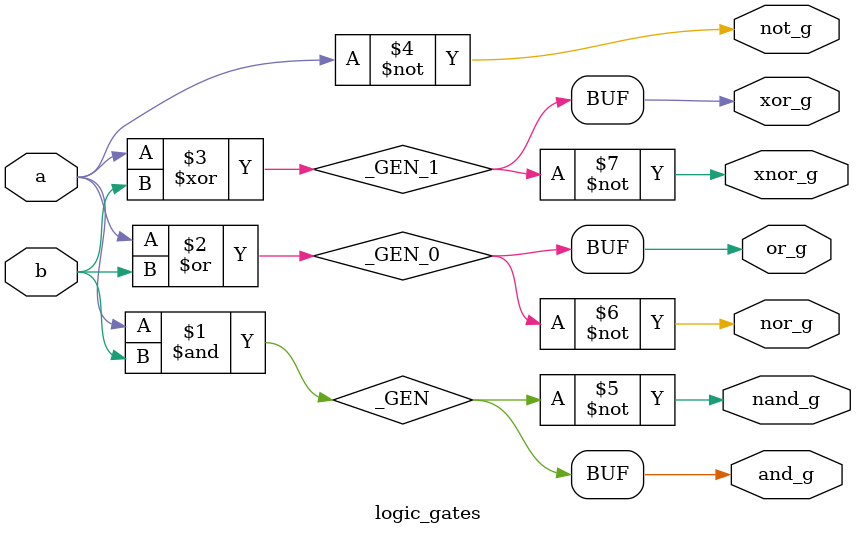
<source format=v>
module logic_gates(	// file.cleaned.mlir:2:3
  input  a,	// file.cleaned.mlir:2:29
         b,	// file.cleaned.mlir:2:41
  output and_g,	// file.cleaned.mlir:2:54
         or_g,	// file.cleaned.mlir:2:70
         not_g,	// file.cleaned.mlir:2:85
         nand_g,	// file.cleaned.mlir:2:101
         nor_g,	// file.cleaned.mlir:2:118
         xor_g,	// file.cleaned.mlir:2:134
         xnor_g	// file.cleaned.mlir:2:150
);

  wire _GEN = a & b;	// file.cleaned.mlir:4:10
  wire _GEN_0 = a | b;	// file.cleaned.mlir:5:10
  wire _GEN_1 = a ^ b;	// file.cleaned.mlir:9:10
  assign and_g = _GEN;	// file.cleaned.mlir:4:10, :11:5
  assign or_g = _GEN_0;	// file.cleaned.mlir:5:10, :11:5
  assign not_g = ~a;	// file.cleaned.mlir:6:10, :11:5
  assign nand_g = ~_GEN;	// file.cleaned.mlir:4:10, :7:10, :11:5
  assign nor_g = ~_GEN_0;	// file.cleaned.mlir:5:10, :8:10, :11:5
  assign xor_g = _GEN_1;	// file.cleaned.mlir:9:10, :11:5
  assign xnor_g = ~_GEN_1;	// file.cleaned.mlir:9:10, :10:10, :11:5
endmodule


</source>
